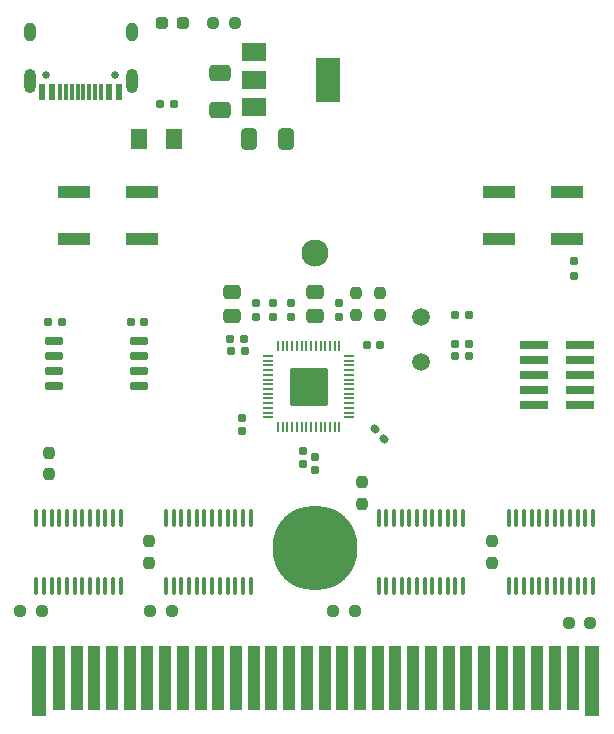
<source format=gts>
G04 #@! TF.GenerationSoftware,KiCad,Pcbnew,6.0.7*
G04 #@! TF.CreationDate,2022-08-31T22:31:15-07:00*
G04 #@! TF.ProjectId,gbpunk,67627075-6e6b-42e6-9b69-6361645f7063,v4.0*
G04 #@! TF.SameCoordinates,Original*
G04 #@! TF.FileFunction,Soldermask,Top*
G04 #@! TF.FilePolarity,Negative*
%FSLAX46Y46*%
G04 Gerber Fmt 4.6, Leading zero omitted, Abs format (unit mm)*
G04 Created by KiCad (PCBNEW 6.0.7) date 2022-08-31 22:31:15*
%MOMM*%
%LPD*%
G01*
G04 APERTURE LIST*
G04 Aperture macros list*
%AMRoundRect*
0 Rectangle with rounded corners*
0 $1 Rounding radius*
0 $2 $3 $4 $5 $6 $7 $8 $9 X,Y pos of 4 corners*
0 Add a 4 corners polygon primitive as box body*
4,1,4,$2,$3,$4,$5,$6,$7,$8,$9,$2,$3,0*
0 Add four circle primitives for the rounded corners*
1,1,$1+$1,$2,$3*
1,1,$1+$1,$4,$5*
1,1,$1+$1,$6,$7*
1,1,$1+$1,$8,$9*
0 Add four rect primitives between the rounded corners*
20,1,$1+$1,$2,$3,$4,$5,0*
20,1,$1+$1,$4,$5,$6,$7,0*
20,1,$1+$1,$6,$7,$8,$9,0*
20,1,$1+$1,$8,$9,$2,$3,0*%
G04 Aperture macros list end*
%ADD10C,7.200000*%
%ADD11C,2.300000*%
%ADD12RoundRect,0.155000X0.155000X-0.212500X0.155000X0.212500X-0.155000X0.212500X-0.155000X-0.212500X0*%
%ADD13RoundRect,0.100000X0.100000X-0.637500X0.100000X0.637500X-0.100000X0.637500X-0.100000X-0.637500X0*%
%ADD14RoundRect,0.155000X-0.155000X0.212500X-0.155000X-0.212500X0.155000X-0.212500X0.155000X0.212500X0*%
%ADD15RoundRect,0.155000X-0.212500X-0.155000X0.212500X-0.155000X0.212500X0.155000X-0.212500X0.155000X0*%
%ADD16RoundRect,0.160000X0.197500X0.160000X-0.197500X0.160000X-0.197500X-0.160000X0.197500X-0.160000X0*%
%ADD17RoundRect,0.237500X-0.237500X0.250000X-0.237500X-0.250000X0.237500X-0.250000X0.237500X0.250000X0*%
%ADD18RoundRect,0.237500X0.250000X0.237500X-0.250000X0.237500X-0.250000X-0.237500X0.250000X-0.237500X0*%
%ADD19RoundRect,0.250000X-0.412500X-0.650000X0.412500X-0.650000X0.412500X0.650000X-0.412500X0.650000X0*%
%ADD20RoundRect,0.250000X0.475000X-0.337500X0.475000X0.337500X-0.475000X0.337500X-0.475000X-0.337500X0*%
%ADD21R,2.400000X0.740000*%
%ADD22C,1.500000*%
%ADD23R,2.750000X1.000000*%
%ADD24C,0.650000*%
%ADD25R,0.600000X1.450000*%
%ADD26R,0.300000X1.450000*%
%ADD27O,1.000000X2.100000*%
%ADD28O,1.000000X1.600000*%
%ADD29RoundRect,0.155000X0.212500X0.155000X-0.212500X0.155000X-0.212500X-0.155000X0.212500X-0.155000X0*%
%ADD30R,1.300000X6.000000*%
%ADD31R,1.000000X5.500000*%
%ADD32RoundRect,0.155000X-0.259862X0.040659X0.040659X-0.259862X0.259862X-0.040659X-0.040659X0.259862X0*%
%ADD33RoundRect,0.160000X-0.197500X-0.160000X0.197500X-0.160000X0.197500X0.160000X-0.197500X0.160000X0*%
%ADD34RoundRect,0.150000X-0.650000X-0.150000X0.650000X-0.150000X0.650000X0.150000X-0.650000X0.150000X0*%
%ADD35RoundRect,0.237500X0.237500X-0.250000X0.237500X0.250000X-0.237500X0.250000X-0.237500X-0.250000X0*%
%ADD36R,2.000000X1.500000*%
%ADD37R,2.000000X3.800000*%
%ADD38RoundRect,0.160000X-0.160000X0.197500X-0.160000X-0.197500X0.160000X-0.197500X0.160000X0.197500X0*%
%ADD39RoundRect,0.050000X-0.387500X-0.050000X0.387500X-0.050000X0.387500X0.050000X-0.387500X0.050000X0*%
%ADD40RoundRect,0.050000X-0.050000X-0.387500X0.050000X-0.387500X0.050000X0.387500X-0.050000X0.387500X0*%
%ADD41RoundRect,0.144000X-1.456000X-1.456000X1.456000X-1.456000X1.456000X1.456000X-1.456000X1.456000X0*%
%ADD42RoundRect,0.237500X0.287500X0.237500X-0.287500X0.237500X-0.287500X-0.237500X0.287500X-0.237500X0*%
%ADD43RoundRect,0.250001X0.462499X0.624999X-0.462499X0.624999X-0.462499X-0.624999X0.462499X-0.624999X0*%
%ADD44RoundRect,0.237500X-0.250000X-0.237500X0.250000X-0.237500X0.250000X0.237500X-0.250000X0.237500X0*%
%ADD45RoundRect,0.250000X-0.650000X0.412500X-0.650000X-0.412500X0.650000X-0.412500X0.650000X0.412500X0*%
G04 APERTURE END LIST*
D10*
G04 #@! TO.C,MK1*
X100000000Y-84650000D03*
G04 #@! TD*
D11*
G04 #@! TO.C,MK2*
X100000000Y-59650000D03*
G04 #@! TD*
D12*
G04 #@! TO.C,C20*
X102040000Y-65067500D03*
X102040000Y-63932500D03*
G04 #@! TD*
G04 #@! TO.C,C13*
X96500000Y-65067500D03*
X96500000Y-63932500D03*
G04 #@! TD*
D13*
G04 #@! TO.C,U7*
X116425000Y-87862500D03*
X117075000Y-87862500D03*
X117725000Y-87862500D03*
X118375000Y-87862500D03*
X119025000Y-87862500D03*
X119675000Y-87862500D03*
X120325000Y-87862500D03*
X120975000Y-87862500D03*
X121625000Y-87862500D03*
X122275000Y-87862500D03*
X122925000Y-87862500D03*
X123575000Y-87862500D03*
X123575000Y-82137500D03*
X122925000Y-82137500D03*
X122275000Y-82137500D03*
X121625000Y-82137500D03*
X120975000Y-82137500D03*
X120325000Y-82137500D03*
X119675000Y-82137500D03*
X119025000Y-82137500D03*
X118375000Y-82137500D03*
X117725000Y-82137500D03*
X117075000Y-82137500D03*
X116425000Y-82137500D03*
G04 #@! TD*
D14*
G04 #@! TO.C,C17*
X93820000Y-73652500D03*
X93820000Y-74787500D03*
G04 #@! TD*
D15*
G04 #@! TO.C,C14*
X104432500Y-67500000D03*
X105567500Y-67500000D03*
G04 #@! TD*
G04 #@! TO.C,C22*
X84432500Y-65500000D03*
X85567500Y-65500000D03*
G04 #@! TD*
D16*
G04 #@! TO.C,R9*
X94060000Y-67000000D03*
X92865000Y-67000000D03*
G04 #@! TD*
D17*
G04 #@! TO.C,R13*
X115000000Y-84087500D03*
X115000000Y-85912500D03*
G04 #@! TD*
D18*
G04 #@! TO.C,R6*
X103412500Y-90000000D03*
X101587500Y-90000000D03*
G04 #@! TD*
D19*
G04 #@! TO.C,C21*
X94437500Y-50000000D03*
X97562500Y-50000000D03*
G04 #@! TD*
D20*
G04 #@! TO.C,C11*
X93000000Y-65037500D03*
X93000000Y-62962500D03*
G04 #@! TD*
D17*
G04 #@! TO.C,R11*
X103500000Y-63087500D03*
X103500000Y-64912500D03*
G04 #@! TD*
D21*
G04 #@! TO.C,J4*
X118550000Y-67460000D03*
X122450000Y-67460000D03*
X118550000Y-68730000D03*
X122450000Y-68730000D03*
X118550000Y-70000000D03*
X122450000Y-70000000D03*
X118550000Y-71270000D03*
X122450000Y-71270000D03*
X118550000Y-72540000D03*
X122450000Y-72540000D03*
G04 #@! TD*
D16*
G04 #@! TO.C,R19*
X78597500Y-65500000D03*
X77402500Y-65500000D03*
G04 #@! TD*
D17*
G04 #@! TO.C,R12*
X105500000Y-63087500D03*
X105500000Y-64912500D03*
G04 #@! TD*
D22*
G04 #@! TO.C,Y1*
X109000000Y-68900000D03*
X109000000Y-65100000D03*
G04 #@! TD*
D23*
G04 #@! TO.C,SW9*
X79620000Y-54500000D03*
X85380000Y-54500000D03*
X85380000Y-58500000D03*
X79620000Y-58500000D03*
G04 #@! TD*
D18*
G04 #@! TO.C,R2*
X123325000Y-91000000D03*
X121500000Y-91000000D03*
G04 #@! TD*
D24*
G04 #@! TO.C,P1*
X83070000Y-44620000D03*
X77290000Y-44620000D03*
D25*
X83430000Y-46065000D03*
X82630000Y-46065000D03*
D26*
X81430000Y-46065000D03*
X80430000Y-46065000D03*
X79930000Y-46065000D03*
X78930000Y-46065000D03*
D25*
X77730000Y-46065000D03*
X76930000Y-46065000D03*
X76930000Y-46065000D03*
X77730000Y-46065000D03*
D26*
X78430000Y-46065000D03*
X79430000Y-46065000D03*
X80930000Y-46065000D03*
X81930000Y-46065000D03*
D25*
X82630000Y-46065000D03*
X83430000Y-46065000D03*
D27*
X84500000Y-45150000D03*
X75860000Y-45150000D03*
D28*
X84500000Y-40970000D03*
X75860000Y-40970000D03*
G04 #@! TD*
D29*
G04 #@! TO.C,C8*
X113027500Y-67410000D03*
X111892500Y-67410000D03*
G04 #@! TD*
D17*
G04 #@! TO.C,R5*
X86000000Y-84087500D03*
X86000000Y-85912500D03*
G04 #@! TD*
D30*
G04 #@! TO.C,J1*
X76690000Y-95930000D03*
D31*
X78340000Y-95680000D03*
X79840000Y-95680000D03*
X81340000Y-95680000D03*
X82840000Y-95680000D03*
X84340000Y-95680000D03*
X85840000Y-95680000D03*
X87340000Y-95680000D03*
X88840000Y-95680000D03*
X90340000Y-95680000D03*
X91840000Y-95680000D03*
X93340000Y-95680000D03*
X94840000Y-95680000D03*
X96340000Y-95680000D03*
X97840000Y-95680000D03*
X99340000Y-95680000D03*
X100840000Y-95680000D03*
X102340000Y-95680000D03*
X103840000Y-95680000D03*
X105340000Y-95680000D03*
X106840000Y-95680000D03*
X108340000Y-95680000D03*
X109840000Y-95680000D03*
X111340000Y-95680000D03*
X112840000Y-95680000D03*
X114340000Y-95680000D03*
X115840000Y-95680000D03*
X117340000Y-95680000D03*
X118840000Y-95680000D03*
X120340000Y-95680000D03*
X121840000Y-95680000D03*
D30*
X123490000Y-95930000D03*
G04 #@! TD*
D14*
G04 #@! TO.C,C16*
X99000000Y-76432500D03*
X99000000Y-77567500D03*
G04 #@! TD*
D13*
G04 #@! TO.C,U6*
X105425000Y-87862500D03*
X106075000Y-87862500D03*
X106725000Y-87862500D03*
X107375000Y-87862500D03*
X108025000Y-87862500D03*
X108675000Y-87862500D03*
X109325000Y-87862500D03*
X109975000Y-87862500D03*
X110625000Y-87862500D03*
X111275000Y-87862500D03*
X111925000Y-87862500D03*
X112575000Y-87862500D03*
X112575000Y-82137500D03*
X111925000Y-82137500D03*
X111275000Y-82137500D03*
X110625000Y-82137500D03*
X109975000Y-82137500D03*
X109325000Y-82137500D03*
X108675000Y-82137500D03*
X108025000Y-82137500D03*
X107375000Y-82137500D03*
X106725000Y-82137500D03*
X106075000Y-82137500D03*
X105425000Y-82137500D03*
G04 #@! TD*
D32*
G04 #@! TO.C,C15*
X105098717Y-74598717D03*
X105901283Y-75401283D03*
G04 #@! TD*
D33*
G04 #@! TO.C,R18*
X86912500Y-47100000D03*
X88107500Y-47100000D03*
G04 #@! TD*
D34*
G04 #@! TO.C,U3*
X77900000Y-67095000D03*
X77900000Y-68365000D03*
X77900000Y-69635000D03*
X77900000Y-70905000D03*
X85100000Y-70905000D03*
X85100000Y-69635000D03*
X85100000Y-68365000D03*
X85100000Y-67095000D03*
G04 #@! TD*
D35*
G04 #@! TO.C,R7*
X104000000Y-80912500D03*
X104000000Y-79087500D03*
G04 #@! TD*
D18*
G04 #@! TO.C,R1*
X76912500Y-90000000D03*
X75087500Y-90000000D03*
G04 #@! TD*
D23*
G04 #@! TO.C,SW7*
X115620000Y-54500000D03*
X121380000Y-54500000D03*
X115620000Y-58500000D03*
X121380000Y-58500000D03*
G04 #@! TD*
D12*
G04 #@! TO.C,C19*
X98000000Y-65067500D03*
X98000000Y-63932500D03*
G04 #@! TD*
D36*
G04 #@! TO.C,U4*
X94850000Y-42700000D03*
X94850000Y-45000000D03*
D37*
X101150000Y-45000000D03*
D36*
X94850000Y-47300000D03*
G04 #@! TD*
D13*
G04 #@! TO.C,U2*
X76425000Y-87862500D03*
X77075000Y-87862500D03*
X77725000Y-87862500D03*
X78375000Y-87862500D03*
X79025000Y-87862500D03*
X79675000Y-87862500D03*
X80325000Y-87862500D03*
X80975000Y-87862500D03*
X81625000Y-87862500D03*
X82275000Y-87862500D03*
X82925000Y-87862500D03*
X83575000Y-87862500D03*
X83575000Y-82137500D03*
X82925000Y-82137500D03*
X82275000Y-82137500D03*
X81625000Y-82137500D03*
X80975000Y-82137500D03*
X80325000Y-82137500D03*
X79675000Y-82137500D03*
X79025000Y-82137500D03*
X78375000Y-82137500D03*
X77725000Y-82137500D03*
X77075000Y-82137500D03*
X76425000Y-82137500D03*
G04 #@! TD*
G04 #@! TO.C,U5*
X87425000Y-87862500D03*
X88075000Y-87862500D03*
X88725000Y-87862500D03*
X89375000Y-87862500D03*
X90025000Y-87862500D03*
X90675000Y-87862500D03*
X91325000Y-87862500D03*
X91975000Y-87862500D03*
X92625000Y-87862500D03*
X93275000Y-87862500D03*
X93925000Y-87862500D03*
X94575000Y-87862500D03*
X94575000Y-82137500D03*
X93925000Y-82137500D03*
X93275000Y-82137500D03*
X92625000Y-82137500D03*
X91975000Y-82137500D03*
X91325000Y-82137500D03*
X90675000Y-82137500D03*
X90025000Y-82137500D03*
X89375000Y-82137500D03*
X88725000Y-82137500D03*
X88075000Y-82137500D03*
X87425000Y-82137500D03*
G04 #@! TD*
D38*
G04 #@! TO.C,R8*
X122000000Y-60402500D03*
X122000000Y-61597500D03*
G04 #@! TD*
D39*
G04 #@! TO.C,U1*
X96062500Y-68400000D03*
X96062500Y-68800000D03*
X96062500Y-69200000D03*
X96062500Y-69600000D03*
X96062500Y-70000000D03*
X96062500Y-70400000D03*
X96062500Y-70800000D03*
X96062500Y-71200000D03*
X96062500Y-71600000D03*
X96062500Y-72000000D03*
X96062500Y-72400000D03*
X96062500Y-72800000D03*
X96062500Y-73200000D03*
X96062500Y-73600000D03*
D40*
X96900000Y-74437500D03*
X97300000Y-74437500D03*
X97700000Y-74437500D03*
X98100000Y-74437500D03*
X98500000Y-74437500D03*
X98900000Y-74437500D03*
X99300000Y-74437500D03*
X99700000Y-74437500D03*
X100100000Y-74437500D03*
X100500000Y-74437500D03*
X100900000Y-74437500D03*
X101300000Y-74437500D03*
X101700000Y-74437500D03*
X102100000Y-74437500D03*
D39*
X102937500Y-73600000D03*
X102937500Y-73200000D03*
X102937500Y-72800000D03*
X102937500Y-72400000D03*
X102937500Y-72000000D03*
X102937500Y-71600000D03*
X102937500Y-71200000D03*
X102937500Y-70800000D03*
X102937500Y-70400000D03*
X102937500Y-70000000D03*
X102937500Y-69600000D03*
X102937500Y-69200000D03*
X102937500Y-68800000D03*
X102937500Y-68400000D03*
D40*
X102100000Y-67562500D03*
X101700000Y-67562500D03*
X101300000Y-67562500D03*
X100900000Y-67562500D03*
X100500000Y-67562500D03*
X100100000Y-67562500D03*
X99700000Y-67562500D03*
X99300000Y-67562500D03*
X98900000Y-67562500D03*
X98500000Y-67562500D03*
X98100000Y-67562500D03*
X97700000Y-67562500D03*
X97300000Y-67562500D03*
X96900000Y-67562500D03*
D41*
X99500000Y-71000000D03*
G04 #@! TD*
D18*
G04 #@! TO.C,R4*
X87912500Y-90000000D03*
X86087500Y-90000000D03*
G04 #@! TD*
D15*
G04 #@! TO.C,C7*
X111892500Y-64910000D03*
X113027500Y-64910000D03*
G04 #@! TD*
D29*
G04 #@! TO.C,C18*
X94067500Y-68000000D03*
X92932500Y-68000000D03*
G04 #@! TD*
D42*
G04 #@! TO.C,D1*
X88845000Y-40240000D03*
X87095000Y-40240000D03*
G04 #@! TD*
D43*
G04 #@! TO.C,F1*
X88077500Y-50070000D03*
X85102500Y-50070000D03*
G04 #@! TD*
D14*
G04 #@! TO.C,C10*
X100000000Y-76932500D03*
X100000000Y-78067500D03*
G04 #@! TD*
D16*
G04 #@! TO.C,R10*
X113057500Y-68410000D03*
X111862500Y-68410000D03*
G04 #@! TD*
D12*
G04 #@! TO.C,C9*
X95000000Y-65067500D03*
X95000000Y-63932500D03*
G04 #@! TD*
D20*
G04 #@! TO.C,C12*
X100000000Y-65037500D03*
X100000000Y-62962500D03*
G04 #@! TD*
D44*
G04 #@! TO.C,R14*
X91402500Y-40200000D03*
X93227500Y-40200000D03*
G04 #@! TD*
D35*
G04 #@! TO.C,R3*
X77500000Y-78412500D03*
X77500000Y-76587500D03*
G04 #@! TD*
D45*
G04 #@! TO.C,C23*
X92000000Y-44437500D03*
X92000000Y-47562500D03*
G04 #@! TD*
M02*

</source>
